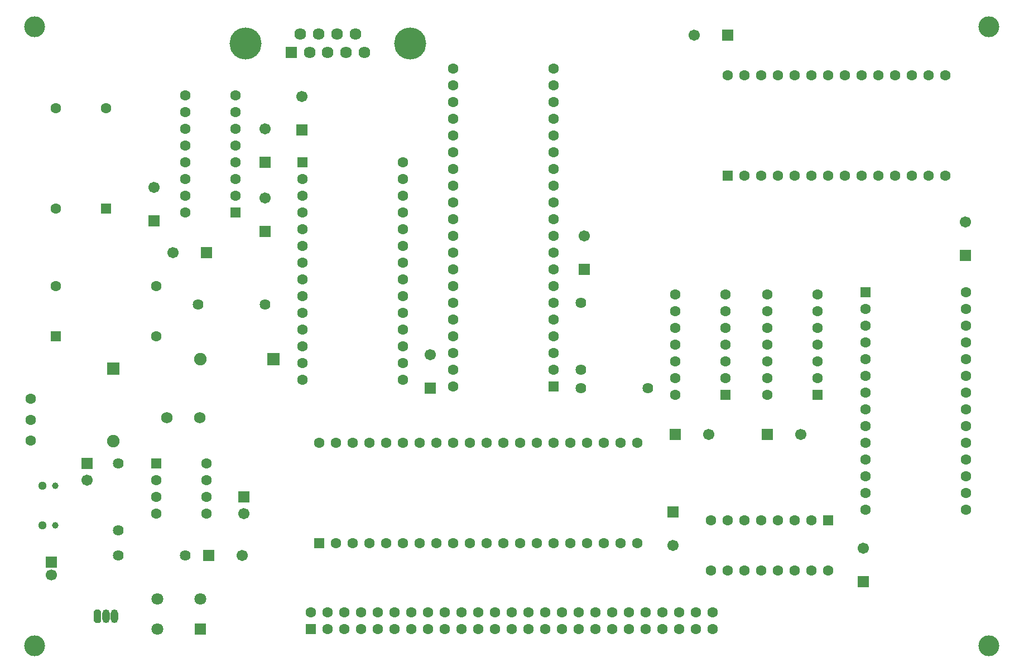
<source format=gbr>
G04 DipTrace 2.4.0.2*
%INBottomMask.gbr*%
%MOIN*%
%ADD20R,0.063X0.063*%
%ADD21R,0.0709X0.0709*%
%ADD22C,0.0709*%
%ADD25C,0.063*%
%ADD32R,0.0669X0.0669*%
%ADD33C,0.0669*%
%ADD37C,0.0394*%
%ADD38C,0.125*%
%ADD48O,0.0434X0.0827*%
%ADD49C,0.064*%
%ADD50C,0.064*%
%ADD51C,0.069*%
%ADD52C,0.1914*%
%ADD53C,0.0705*%
%ADD54R,0.0705X0.0705*%
%ADD55C,0.0749*%
%ADD56R,0.0749X0.0749*%
%ADD57C,0.067*%
%ADD58C,0.0512*%
%FSLAX44Y44*%
G04*
G70*
G90*
G75*
G01*
%LNBotMask*%
%LPD*%
D58*
X-26625Y-12625D3*
Y-10263D3*
D37*
X-25838Y-12625D3*
Y-10263D3*
D57*
X-23944Y-9941D3*
D32*
Y-8941D3*
D57*
X11056Y-13816D3*
D32*
Y-11816D3*
D57*
X-14569Y-11941D3*
D32*
Y-10941D3*
D57*
X12306Y16684D3*
D32*
X14306D3*
D57*
X-3444Y-2441D3*
D32*
Y-4441D3*
D57*
X-14694Y-14441D3*
D32*
X-16694D3*
D57*
X5744Y4684D3*
D32*
Y2684D3*
D57*
X-13319Y6934D3*
D32*
Y4934D3*
D57*
X-19944Y7559D3*
D32*
Y5559D3*
D57*
X13181Y-7191D3*
D32*
X11181D3*
D57*
X28500Y5500D3*
D32*
Y3500D3*
D57*
X-13312Y11062D3*
D32*
Y9062D3*
D57*
X-18819Y3684D3*
D32*
X-16819D3*
D57*
X-11125Y13000D3*
D32*
Y11000D3*
D57*
X18681Y-7191D3*
D32*
X16681D3*
D57*
X22431Y-14003D3*
D32*
Y-16003D3*
D56*
X-12819Y-2691D3*
D55*
X-17169D3*
D56*
X-22375Y-3250D3*
D55*
Y-7600D3*
D38*
X-27069Y17184D3*
Y-19816D3*
X29931D3*
Y17184D3*
D20*
X-10069Y-13691D3*
D25*
X-9069D3*
X-8069D3*
X-7069D3*
X-6069D3*
X-5069D3*
X-4069D3*
X-3069D3*
X-2069D3*
X-1069D3*
X-69D3*
X931D3*
X1931D3*
X2931D3*
X3931D3*
X4931D3*
X5931D3*
X6931D3*
X7931D3*
X8931D3*
Y-7691D3*
X7931D3*
X6931D3*
X5931D3*
X4931D3*
X3931D3*
X2931D3*
X1931D3*
X931D3*
X-69D3*
X-1069D3*
X-2069D3*
X-3069D3*
X-4069D3*
X-5069D3*
X-6069D3*
X-7069D3*
X-8069D3*
X-9069D3*
X-10069D3*
D20*
X-11069Y9059D3*
D25*
Y8059D3*
Y7059D3*
Y6059D3*
Y5059D3*
Y4059D3*
Y3059D3*
Y2059D3*
Y1059D3*
Y59D3*
Y-941D3*
Y-1941D3*
Y-2941D3*
Y-3941D3*
X-5085D3*
Y-2941D3*
Y-1941D3*
Y-941D3*
Y59D3*
Y1059D3*
Y2059D3*
Y3059D3*
Y4059D3*
Y5059D3*
Y6059D3*
Y7059D3*
Y8059D3*
Y9059D3*
D20*
X14331Y8284D3*
D25*
X15331D3*
X16331D3*
X17331D3*
X18331D3*
X19331D3*
X20331D3*
X21331D3*
X22331D3*
X23331D3*
X24331D3*
X25331D3*
X26331D3*
X27331D3*
Y14284D3*
X26331D3*
X25331D3*
X24331D3*
X23331D3*
X22331D3*
X21331D3*
X20331D3*
X19331D3*
X18331D3*
X17331D3*
X16331D3*
X15331D3*
X14331D3*
D20*
X3931Y-4316D3*
D25*
Y-3316D3*
Y-2316D3*
Y-1316D3*
Y-316D3*
Y684D3*
Y1684D3*
Y2684D3*
Y3684D3*
Y4684D3*
Y5684D3*
Y6684D3*
Y7684D3*
Y8684D3*
Y9684D3*
Y10684D3*
Y11684D3*
Y12684D3*
Y13684D3*
Y14684D3*
X-2069D3*
Y13684D3*
Y12684D3*
Y11684D3*
Y10684D3*
Y9684D3*
Y8684D3*
Y7684D3*
Y6684D3*
Y5684D3*
Y4684D3*
Y3684D3*
Y2684D3*
Y1684D3*
Y684D3*
Y-316D3*
Y-1316D3*
Y-2316D3*
Y-3316D3*
Y-4316D3*
D20*
X22556Y1309D3*
D25*
Y309D3*
Y-691D3*
Y-1691D3*
Y-2691D3*
Y-3691D3*
Y-4691D3*
Y-5691D3*
Y-6691D3*
Y-7691D3*
Y-8691D3*
Y-9691D3*
Y-10691D3*
Y-11691D3*
X28556D3*
Y-10691D3*
Y-9691D3*
Y-8691D3*
Y-7691D3*
Y-6691D3*
Y-5691D3*
Y-4691D3*
Y-3691D3*
Y-2691D3*
Y-1691D3*
Y-691D3*
Y309D3*
Y1309D3*
D20*
X-15069Y6059D3*
D25*
Y7059D3*
Y8059D3*
Y9059D3*
Y10059D3*
Y11059D3*
Y12059D3*
Y13059D3*
X-18069D3*
Y12059D3*
Y11059D3*
Y10059D3*
Y9059D3*
Y8059D3*
Y7059D3*
Y6059D3*
D20*
X-10569Y-18816D3*
D25*
Y-17816D3*
X-9569Y-18816D3*
Y-17816D3*
X-8569Y-18816D3*
Y-17816D3*
X-7569Y-18816D3*
Y-17816D3*
X-6569Y-18816D3*
Y-17816D3*
X-5569Y-18816D3*
Y-17816D3*
X-4569Y-18816D3*
Y-17816D3*
X-3569Y-18816D3*
Y-17816D3*
X-2569Y-18816D3*
Y-17816D3*
X-1569Y-18816D3*
Y-17816D3*
X-569Y-18816D3*
Y-17816D3*
X431Y-18816D3*
Y-17816D3*
X1431Y-18816D3*
Y-17816D3*
X2431Y-18816D3*
Y-17816D3*
X3431Y-18816D3*
Y-17816D3*
X4431Y-18816D3*
Y-17816D3*
X5431Y-18816D3*
Y-17816D3*
X6431Y-18816D3*
Y-17816D3*
X7431Y-18816D3*
Y-17816D3*
X8431Y-18816D3*
Y-17816D3*
X9431Y-18816D3*
Y-17816D3*
X10431Y-18816D3*
Y-17816D3*
X11431Y-18816D3*
Y-17816D3*
X12431Y-18816D3*
Y-17816D3*
X13431Y-18816D3*
Y-17816D3*
D32*
X-26069Y-14816D3*
D33*
Y-15603D3*
D54*
X-11750Y15625D3*
D53*
X-10659D3*
X-9569D3*
X-8478D3*
X-7388D3*
X-11205Y16743D3*
X-10114D3*
X-9024D3*
X-7933D3*
D52*
X-14488Y16184D3*
X-4650D3*
D51*
X-17225Y-6191D3*
X-19194D3*
D50*
X-17319Y559D3*
D49*
X-13319D3*
D50*
X-22069Y-8941D3*
D49*
Y-12941D3*
D50*
X9556Y-4441D3*
D49*
X5556D3*
D50*
Y-3316D3*
D49*
Y684D3*
D50*
X-22069Y-14441D3*
D49*
X-18069D3*
D21*
X-17194Y-18816D3*
D22*
Y-17044D3*
X-19753D3*
Y-18816D3*
D25*
X-27319Y-5056D3*
Y-6316D3*
Y-7576D3*
G36*
X-23536Y-18370D2*
X-23426Y-18480D1*
X-23212D1*
X-23102Y-18370D1*
Y-17762D1*
X-23212Y-17652D1*
X-23426D1*
X-23536Y-17762D1*
Y-18370D1*
G37*
D48*
X-22819Y-18066D3*
X-22319D3*
D20*
X20306Y-12316D3*
D25*
X19306D3*
X18306D3*
X17306D3*
X16306D3*
X15306D3*
X14306D3*
X13306D3*
Y-15316D3*
X14306D3*
X15306D3*
X16306D3*
X17306D3*
X18306D3*
X19306D3*
X20306D3*
D20*
X19681Y-4816D3*
D25*
Y-3816D3*
Y-2816D3*
Y-1816D3*
Y-816D3*
Y184D3*
Y1184D3*
X16681D3*
Y184D3*
Y-816D3*
Y-1816D3*
Y-2816D3*
Y-3816D3*
Y-4816D3*
D20*
X-19819Y-8941D3*
D25*
Y-9941D3*
Y-10941D3*
Y-11941D3*
X-16819D3*
Y-10941D3*
Y-9941D3*
Y-8941D3*
D20*
X14181Y-4816D3*
D25*
Y-3816D3*
Y-2816D3*
Y-1816D3*
Y-816D3*
Y184D3*
Y1184D3*
X11181D3*
Y184D3*
Y-816D3*
Y-1816D3*
Y-2816D3*
Y-3816D3*
Y-4816D3*
D20*
X-22819Y6309D3*
D25*
Y12309D3*
X-25819D3*
Y6309D3*
D20*
Y-1316D3*
D25*
X-19819D3*
Y1684D3*
X-25819D3*
M02*

</source>
